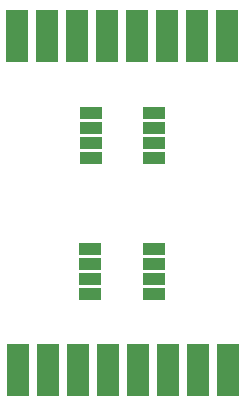
<source format=gbr>
G04 #@! TF.FileFunction,Soldermask,Top*
%FSLAX46Y46*%
G04 Gerber Fmt 4.6, Leading zero omitted, Abs format (unit mm)*
G04 Created by KiCad (PCBNEW 4.0.7) date 02/25/19 14:17:20*
%MOMM*%
%LPD*%
G01*
G04 APERTURE LIST*
%ADD10C,0.100000*%
%ADD11R,1.950000X1.000000*%
%ADD12R,1.924000X4.400000*%
G04 APERTURE END LIST*
D10*
D11*
X145776000Y-97231200D03*
X145776000Y-98501200D03*
X145776000Y-99771200D03*
X145776000Y-101041200D03*
X151176000Y-101041200D03*
X151176000Y-99771200D03*
X151176000Y-98501200D03*
X151176000Y-97231200D03*
X151203640Y-89606120D03*
X151203640Y-88336120D03*
X151203640Y-87066120D03*
X151203640Y-85796120D03*
X145803640Y-85796120D03*
X145803640Y-87066120D03*
X145803640Y-88336120D03*
X145803640Y-89606120D03*
D12*
X139583160Y-79202280D03*
X142123160Y-79202280D03*
X144663160Y-79202280D03*
X147203160Y-79202280D03*
X149743160Y-79202280D03*
X152283160Y-79202280D03*
X154823160Y-79202280D03*
X157363160Y-79202280D03*
X157391000Y-107544000D03*
X154851000Y-107544000D03*
X152311000Y-107544000D03*
X149771000Y-107544000D03*
X147231000Y-107544000D03*
X144691000Y-107544000D03*
X142151000Y-107544000D03*
X139611000Y-107544000D03*
M02*

</source>
